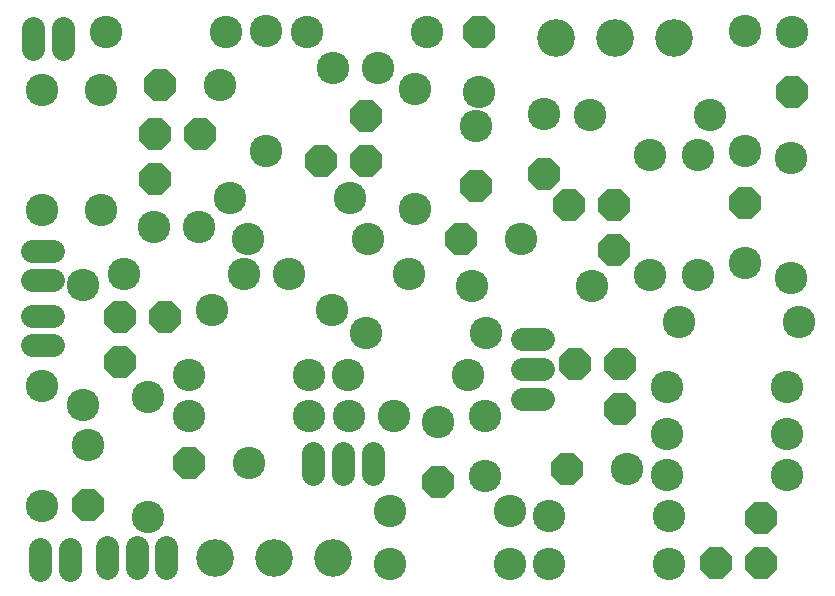
<source format=gbs>
G75*
G70*
%OFA0B0*%
%FSLAX24Y24*%
%IPPOS*%
%LPD*%
%AMOC8*
5,1,8,0,0,1.08239X$1,22.5*
%
%ADD10C,0.1080*%
%ADD11OC8,0.1080*%
%ADD12C,0.1261*%
%ADD13C,0.0780*%
D10*
X005295Y007286D03*
X006838Y009290D03*
X006673Y010632D03*
X005295Y011286D03*
X008838Y010892D03*
X010185Y010270D03*
X010185Y011648D03*
X010972Y013813D03*
X012020Y014994D03*
X012153Y016175D03*
X010520Y016569D03*
X011563Y017553D03*
X012775Y019097D03*
X011216Y021294D03*
X011429Y023065D03*
X012775Y023097D03*
X014122Y023065D03*
X014980Y021864D03*
X016480Y021864D03*
X017740Y021159D03*
X019772Y019951D03*
X019862Y021081D03*
X022027Y020325D03*
X023571Y020309D03*
X025571Y018963D03*
X027146Y018963D03*
X028720Y019097D03*
X030268Y018857D03*
X027571Y020309D03*
X028720Y023097D03*
X030295Y023081D03*
X021256Y016175D03*
X019634Y014601D03*
X020090Y013026D03*
X019500Y011648D03*
X020059Y010286D03*
X018484Y010089D03*
X017016Y010270D03*
X015516Y010270D03*
X014185Y010270D03*
X014185Y011648D03*
X015500Y011648D03*
X016090Y013026D03*
X014972Y013813D03*
X013531Y014994D03*
X016153Y016175D03*
X017531Y014994D03*
X017740Y017159D03*
X015563Y017553D03*
X009020Y016569D03*
X007264Y017128D03*
X005295Y017128D03*
X008020Y014994D03*
X006673Y014632D03*
X012201Y008695D03*
X008838Y006892D03*
X016878Y007120D03*
X016878Y005349D03*
X020878Y005349D03*
X022193Y005349D03*
X022193Y006923D03*
X020878Y007120D03*
X020059Y008286D03*
X024799Y008498D03*
X026130Y008301D03*
X026130Y009679D03*
X026130Y011254D03*
X026523Y013420D03*
X027146Y014963D03*
X028720Y015372D03*
X030268Y014857D03*
X030523Y013420D03*
X030130Y011254D03*
X030130Y009679D03*
X030130Y008301D03*
X026193Y006923D03*
X026193Y005349D03*
X023634Y014601D03*
X025571Y014963D03*
X018122Y023065D03*
X007429Y023065D03*
X007264Y021128D03*
X005295Y021128D03*
D11*
X009216Y021294D03*
X009073Y019681D03*
X010573Y019681D03*
X009073Y018181D03*
X014585Y018759D03*
X016085Y018759D03*
X016085Y020259D03*
X019772Y017951D03*
X019256Y016175D03*
X022027Y018325D03*
X022852Y017319D03*
X024352Y017319D03*
X024352Y015819D03*
X024549Y012004D03*
X023049Y012004D03*
X024549Y010504D03*
X022799Y008498D03*
X018484Y008089D03*
X010201Y008695D03*
X006838Y007290D03*
X007892Y012079D03*
X007892Y013579D03*
X009392Y013579D03*
X019862Y023081D03*
X028720Y017372D03*
X030295Y021081D03*
X029273Y006886D03*
X029273Y005386D03*
X027773Y005386D03*
D12*
X014992Y005534D03*
X013023Y005534D03*
X011055Y005534D03*
X022421Y022868D03*
X024390Y022868D03*
X026358Y022868D03*
D13*
X005232Y005836D02*
X005232Y005136D01*
X006232Y005136D02*
X006232Y005836D01*
X007460Y005896D02*
X007460Y005196D01*
X008445Y005196D02*
X008445Y005896D01*
X009429Y005896D02*
X009429Y005196D01*
X014335Y008345D02*
X014335Y009045D01*
X015335Y009045D02*
X015335Y008345D01*
X016335Y008345D02*
X016335Y009045D01*
X021284Y010845D02*
X021984Y010845D01*
X021984Y011845D02*
X021284Y011845D01*
X021284Y012845D02*
X021984Y012845D01*
X005992Y022518D02*
X005992Y023218D01*
X004992Y023218D02*
X004992Y022518D01*
X004945Y015782D02*
X005645Y015782D01*
X005645Y014797D02*
X004945Y014797D01*
X004945Y013616D02*
X005645Y013616D01*
X005645Y012632D02*
X004945Y012632D01*
M02*

</source>
